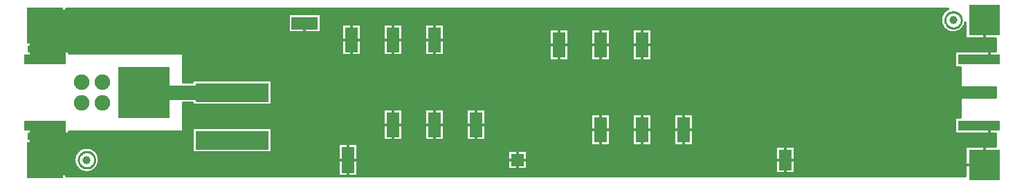
<source format=gbl>
*%FSLAX24Y24*%
*%MOIN*%
G01*
%ADD11C,0.0000*%
%ADD12C,0.0050*%
%ADD13C,0.0060*%
%ADD14C,0.0073*%
%ADD15C,0.0080*%
%ADD16C,0.0098*%
%ADD17C,0.0100*%
%ADD18C,0.0120*%
%ADD19C,0.0160*%
%ADD20C,0.0200*%
%ADD21C,0.0200*%
%ADD22C,0.0240*%
%ADD23C,0.0250*%
%ADD24C,0.0300*%
%ADD25C,0.0300*%
%ADD26C,0.0340*%
%ADD27C,0.0360*%
%ADD28C,0.0394*%
%ADD29C,0.0400*%
%ADD30C,0.0434*%
%ADD31C,0.0440*%
%ADD32C,0.0500*%
%ADD33C,0.0500*%
%ADD34C,0.0540*%
%ADD35C,0.0600*%
%ADD36C,0.0680*%
%ADD37C,0.0700*%
%ADD38C,0.0750*%
%ADD39C,0.0790*%
%ADD40C,0.0827*%
%ADD41C,0.1000*%
%ADD42C,0.1250*%
%ADD43C,0.1450*%
%ADD44C,0.2000*%
%ADD45C,0.2250*%
%ADD46R,0.0200X0.0200*%
%ADD47R,0.0200X0.0500*%
%ADD48R,0.0200X0.0650*%
%ADD49R,0.0200X0.1600*%
%ADD50R,0.0280X0.0600*%
%ADD51R,0.0300X0.0300*%
%ADD52R,0.0300X0.0300*%
%ADD53R,0.0320X0.0560*%
%ADD54R,0.0320X0.0640*%
%ADD55R,0.0340X0.0340*%
%ADD56R,0.0360X0.0600*%
%ADD57R,0.0400X0.0400*%
%ADD58R,0.0400X0.0640*%
%ADD59R,0.0500X0.0400*%
%ADD60R,0.0500X0.0500*%
%ADD61R,0.0500X0.0500*%
%ADD62R,0.0500X0.1200*%
%ADD63R,0.0540X0.0440*%
%ADD64R,0.0540X0.0960*%
%ADD65R,0.0540X0.1140*%
%ADD66R,0.0550X0.0650*%
%ADD67R,0.0591X0.1260*%
%ADD68R,0.0600X0.0600*%
%ADD69R,0.0600X0.0600*%
%ADD70R,0.0600X0.1000*%
%ADD71R,0.0600X0.1200*%
%ADD72R,0.0600X0.1250*%
%ADD73R,0.0631X0.1300*%
%ADD74R,0.0640X0.0640*%
%ADD75R,0.0640X0.1040*%
%ADD76R,0.0640X0.1240*%
%ADD77R,0.0640X0.1290*%
%ADD78R,0.0750X0.0400*%
%ADD79R,0.0800X0.0750*%
%ADD80R,0.0800X0.0800*%
%ADD81R,0.0800X0.1250*%
%ADD82R,0.0850X0.0500*%
%ADD83R,0.0890X0.0540*%
%ADD84R,0.0900X0.0900*%
%ADD85R,0.0940X0.0940*%
%ADD86R,0.1000X0.0500*%
%ADD87R,0.1000X0.1000*%
%ADD88R,0.1040X0.0540*%
%ADD89R,0.1200X0.0500*%
%ADD90R,0.1250X0.0600*%
%ADD91R,0.1290X0.0640*%
%ADD92R,0.1400X0.1400*%
%ADD93R,0.1500X0.0500*%
%ADD94R,0.1500X0.1500*%
%ADD95R,0.1500X0.1500*%
%ADD96R,0.1540X0.0540*%
%ADD97R,0.1540X0.1540*%
%ADD98R,0.1700X0.1700*%
%ADD99R,0.1750X0.1750*%
%ADD100R,0.1790X0.1790*%
%ADD101R,0.1900X0.1900*%
%ADD102R,0.2400X0.1600*%
%ADD103R,0.2500X0.2500*%
%ADD104R,0.2500X0.2500*%
D16*
X71914Y33190D02*
X71912Y33157D01*
X71908Y33124D01*
X71901Y33092D01*
X71892Y33061D01*
X71880Y33030D01*
X71865Y33000D01*
X71848Y32972D01*
X71829Y32945D01*
X71807Y32920D01*
X71783Y32897D01*
X71758Y32876D01*
X71731Y32858D01*
X71702Y32841D01*
X71673Y32827D01*
X71642Y32816D01*
X71610Y32807D01*
X71578Y32801D01*
X71545Y32797D01*
X71512Y32796D01*
X71479Y32798D01*
X71446Y32803D01*
X71414Y32811D01*
X71383Y32821D01*
X71352Y32834D01*
X71323Y32849D01*
X71295Y32867D01*
X71269Y32887D01*
X71245Y32909D01*
X71222Y32933D01*
X71201Y32959D01*
X71183Y32986D01*
X71167Y33015D01*
X71154Y33045D01*
X71143Y33076D01*
X71135Y33108D01*
X71129Y33141D01*
X71127Y33174D01*
Y33206D01*
X71129Y33239D01*
X71135Y33272D01*
X71143Y33304D01*
X71154Y33335D01*
X71167Y33365D01*
X71183Y33394D01*
X71201Y33421D01*
X71222Y33447D01*
X71245Y33471D01*
X71269Y33493D01*
X71295Y33513D01*
X71323Y33531D01*
X71352Y33546D01*
X71383Y33559D01*
X71414Y33569D01*
X71446Y33577D01*
X71479Y33582D01*
X71512Y33584D01*
X71545Y33583D01*
X71578Y33579D01*
X71610Y33573D01*
X71642Y33564D01*
X71673Y33553D01*
X71702Y33539D01*
X71731Y33522D01*
X71758Y33504D01*
X71783Y33483D01*
X71807Y33460D01*
X71829Y33435D01*
X71848Y33408D01*
X71865Y33380D01*
X71880Y33350D01*
X71892Y33319D01*
X71901Y33288D01*
X71908Y33256D01*
X71912Y33223D01*
X71914Y33190D01*
X30164Y26440D02*
X30162Y26407D01*
X30158Y26374D01*
X30151Y26342D01*
X30142Y26311D01*
X30130Y26280D01*
X30115Y26250D01*
X30098Y26222D01*
X30079Y26195D01*
X30057Y26170D01*
X30033Y26147D01*
X30008Y26126D01*
X29981Y26108D01*
X29952Y26091D01*
X29923Y26077D01*
X29892Y26066D01*
X29860Y26057D01*
X29828Y26051D01*
X29795Y26047D01*
X29762Y26046D01*
X29729Y26048D01*
X29696Y26053D01*
X29664Y26061D01*
X29633Y26071D01*
X29602Y26084D01*
X29573Y26099D01*
X29545Y26117D01*
X29519Y26137D01*
X29495Y26159D01*
X29472Y26183D01*
X29451Y26209D01*
X29433Y26236D01*
X29417Y26265D01*
X29404Y26295D01*
X29393Y26326D01*
X29385Y26358D01*
X29379Y26391D01*
X29377Y26424D01*
Y26456D01*
X29379Y26489D01*
X29385Y26522D01*
X29393Y26554D01*
X29404Y26585D01*
X29417Y26615D01*
X29433Y26644D01*
X29451Y26671D01*
X29472Y26697D01*
X29495Y26721D01*
X29519Y26743D01*
X29545Y26763D01*
X29573Y26781D01*
X29602Y26796D01*
X29633Y26809D01*
X29664Y26819D01*
X29696Y26827D01*
X29729Y26832D01*
X29762Y26834D01*
X29795Y26833D01*
X29828Y26829D01*
X29860Y26823D01*
X29892Y26814D01*
X29923Y26803D01*
X29952Y26789D01*
X29981Y26772D01*
X30008Y26754D01*
X30033Y26733D01*
X30057Y26710D01*
X30079Y26685D01*
X30098Y26658D01*
X30115Y26630D01*
X30130Y26600D01*
X30142Y26569D01*
X30151Y26538D01*
X30158Y26506D01*
X30162Y26473D01*
X30164Y26440D01*
D18*
X27770D02*
Y27475D01*
Y31905D02*
Y32940D01*
X27270Y28090D02*
Y27680D01*
Y31290D02*
Y31700D01*
X28805Y31905D02*
Y33730D01*
Y27475D02*
Y25650D01*
X26980Y27475D02*
Y27680D01*
Y31700D02*
Y31905D01*
X28820Y27475D02*
Y25650D01*
Y27475D02*
Y27680D01*
Y31700D02*
Y31905D01*
Y33730D01*
X28720Y27680D02*
Y27475D01*
Y31700D02*
Y31905D01*
X28620Y27680D02*
Y27475D01*
Y31700D02*
Y31905D01*
X28520Y27680D02*
Y27475D01*
Y31700D02*
Y31905D01*
X28420Y27680D02*
Y27475D01*
Y31700D02*
Y31905D01*
X28320Y27680D02*
Y27475D01*
Y31700D02*
Y31905D01*
X28220Y27680D02*
Y27475D01*
Y31700D02*
Y31905D01*
X28120Y27680D02*
Y27475D01*
Y31700D02*
Y31905D01*
X28020Y27680D02*
Y27475D01*
Y31700D02*
Y31905D01*
X27920Y27680D02*
Y27475D01*
Y31700D02*
Y31905D01*
X27820Y27680D02*
Y27475D01*
Y31700D02*
Y31905D01*
X27720Y27680D02*
Y27475D01*
Y31700D02*
Y31905D01*
X27620Y27680D02*
Y27475D01*
Y31700D02*
Y31905D01*
X27520Y27680D02*
Y27475D01*
Y31700D02*
Y31905D01*
X27420Y27680D02*
Y27475D01*
Y31700D02*
Y31905D01*
X27320Y27680D02*
Y27475D01*
Y31700D02*
Y31905D01*
X27220Y27680D02*
Y27475D01*
Y31700D02*
Y31905D01*
X27120Y27680D02*
Y27475D01*
Y31700D02*
Y31905D01*
X27020Y27680D02*
Y27475D01*
Y31700D02*
Y31905D01*
X28930Y31700D02*
Y31600D01*
Y27780D02*
Y27680D01*
X30820Y27780D02*
Y25650D01*
Y31600D02*
Y33730D01*
X30720Y27780D02*
Y25650D01*
Y31600D02*
Y33730D01*
X30620Y27780D02*
Y25650D01*
Y31600D02*
Y33730D01*
X30520Y27780D02*
Y25650D01*
Y31600D02*
Y33730D01*
X30420Y27780D02*
Y25650D01*
Y31600D02*
Y33730D01*
X30320Y26193D02*
Y25650D01*
Y26687D02*
Y27780D01*
Y31600D02*
Y33730D01*
X30220Y26039D02*
Y25650D01*
Y26841D02*
Y27780D01*
Y31600D02*
Y33730D01*
X30120Y25949D02*
Y25650D01*
Y26931D02*
Y27780D01*
Y31600D02*
Y33730D01*
X30020Y25891D02*
Y25650D01*
Y26989D02*
Y27780D01*
Y31600D02*
Y33730D01*
X29920Y25856D02*
Y25650D01*
Y27024D02*
Y27780D01*
Y31600D02*
Y33730D01*
X29820Y25839D02*
Y25650D01*
Y27041D02*
Y27780D01*
Y31600D02*
Y33730D01*
X29720Y25839D02*
Y25650D01*
Y27041D02*
Y27780D01*
Y31600D02*
Y33730D01*
X29620Y25856D02*
Y25650D01*
Y27024D02*
Y27780D01*
Y31600D02*
Y33730D01*
X29520Y25891D02*
Y25650D01*
Y26989D02*
Y27780D01*
Y31600D02*
Y33730D01*
X29420Y25949D02*
Y25650D01*
Y26931D02*
Y27780D01*
Y31600D02*
Y33730D01*
X29320Y26039D02*
Y25650D01*
Y26841D02*
Y27780D01*
Y31600D02*
Y33730D01*
X29220Y26193D02*
Y25650D01*
Y26687D02*
Y27780D01*
Y31600D02*
Y33730D01*
X29120Y27780D02*
Y25650D01*
Y31600D02*
Y33730D01*
X29020Y27680D02*
Y25650D01*
Y31700D02*
Y33730D01*
X28920Y27475D02*
Y25650D01*
Y27475D02*
Y27680D01*
Y31700D02*
Y31905D01*
Y33730D01*
X32720Y27780D02*
Y25650D01*
Y31600D02*
Y33730D01*
X32620Y27780D02*
Y25650D01*
Y31600D02*
Y33730D01*
X32520Y27780D02*
Y25650D01*
Y31600D02*
Y33730D01*
X32420Y27780D02*
Y25650D01*
Y31600D02*
Y33730D01*
X32320Y27780D02*
Y25650D01*
Y31600D02*
Y33730D01*
X32220Y27780D02*
Y25650D01*
Y31600D02*
Y33730D01*
X32120Y27780D02*
Y25650D01*
Y31600D02*
Y33730D01*
X32020Y27780D02*
Y25650D01*
Y31600D02*
Y33730D01*
X31920Y27780D02*
Y25650D01*
Y31600D02*
Y33730D01*
X31820Y27780D02*
Y25650D01*
Y31600D02*
Y33730D01*
X31720Y27780D02*
Y25650D01*
Y31600D02*
Y33730D01*
X31620Y27780D02*
Y25650D01*
Y31600D02*
Y33730D01*
X31520Y27780D02*
Y25650D01*
Y31600D02*
Y33730D01*
X31420Y27780D02*
Y25650D01*
Y31600D02*
Y33730D01*
X31320Y27780D02*
Y25650D01*
Y31600D02*
Y33730D01*
X31220Y27780D02*
Y25650D01*
Y31600D02*
Y33730D01*
X31120Y27780D02*
Y25650D01*
Y31600D02*
Y33730D01*
X31020Y27780D02*
Y25650D01*
Y31600D02*
Y33730D01*
X30920Y27780D02*
Y25650D01*
Y31600D02*
Y33730D01*
X34430Y30930D02*
Y30870D01*
Y30930D02*
Y31350D01*
Y31600D01*
Y30930D02*
Y30200D01*
Y29180D02*
Y27780D01*
X34720Y26780D02*
Y25650D01*
Y26780D02*
Y28000D01*
Y29080D01*
Y30300D02*
Y33730D01*
X34620Y29180D02*
Y25650D01*
Y30200D02*
Y33730D01*
X34520Y27780D02*
Y25650D01*
Y27780D02*
Y29180D01*
Y30200D02*
Y30930D01*
Y31350D01*
Y31600D01*
Y33730D01*
X34420Y27780D02*
Y25650D01*
Y31600D02*
Y33730D01*
X34320Y27780D02*
Y25650D01*
Y31600D02*
Y33730D01*
X34220Y27780D02*
Y25650D01*
Y31600D02*
Y33730D01*
X34120Y27780D02*
Y25650D01*
Y31600D02*
Y33730D01*
X34020Y27780D02*
Y25650D01*
Y31600D02*
Y33730D01*
X33920Y27780D02*
Y25650D01*
Y31600D02*
Y33730D01*
X33820Y27780D02*
Y25650D01*
Y31600D02*
Y33730D01*
X33720Y27780D02*
Y25650D01*
Y31600D02*
Y33730D01*
X33620Y27780D02*
Y25650D01*
Y31600D02*
Y33730D01*
X33520Y27780D02*
Y25650D01*
Y31600D02*
Y33730D01*
X33420Y27780D02*
Y25650D01*
Y31600D02*
Y33730D01*
X33320Y27780D02*
Y25650D01*
Y31600D02*
Y33730D01*
X33220Y27780D02*
Y25650D01*
Y31600D02*
Y33730D01*
X33120Y27780D02*
Y25650D01*
Y31600D02*
Y33730D01*
X33020Y27780D02*
Y25650D01*
Y31600D02*
Y33730D01*
X32920Y27780D02*
Y25650D01*
Y31600D02*
Y33730D01*
X32820Y27780D02*
Y25650D01*
Y31600D02*
Y33730D01*
X34860Y28000D02*
Y26780D01*
Y29080D02*
Y29180D01*
Y30200D02*
Y30300D01*
X36720Y26780D02*
Y25650D01*
Y28000D02*
Y29080D01*
Y30300D02*
Y33730D01*
X36620Y26780D02*
Y25650D01*
Y28000D02*
Y29080D01*
Y30300D02*
Y33730D01*
X36520Y26780D02*
Y25650D01*
Y28000D02*
Y29080D01*
Y30300D02*
Y33730D01*
X36420Y26780D02*
Y25650D01*
Y28000D02*
Y29080D01*
Y30300D02*
Y33730D01*
X36320Y26780D02*
Y25650D01*
Y28000D02*
Y29080D01*
Y30300D02*
Y33730D01*
X36220Y26780D02*
Y25650D01*
Y28000D02*
Y29080D01*
Y30300D02*
Y33730D01*
X36120Y26780D02*
Y25650D01*
Y28000D02*
Y29080D01*
Y30300D02*
Y33730D01*
X36020Y26780D02*
Y25650D01*
Y28000D02*
Y29080D01*
Y30300D02*
Y33730D01*
X35920Y26780D02*
Y25650D01*
Y28000D02*
Y29080D01*
Y30300D02*
Y33730D01*
X35820Y26780D02*
Y25650D01*
Y28000D02*
Y29080D01*
Y30300D02*
Y33730D01*
X35720Y26780D02*
Y25650D01*
Y28000D02*
Y29080D01*
Y30300D02*
Y33730D01*
X35620Y26780D02*
Y25650D01*
Y28000D02*
Y29080D01*
Y30300D02*
Y33730D01*
X35520Y26780D02*
Y25650D01*
Y28000D02*
Y29080D01*
Y30300D02*
Y33730D01*
X35420Y26780D02*
Y25650D01*
Y28000D02*
Y29080D01*
Y30300D02*
Y33730D01*
X35320Y26780D02*
Y25650D01*
Y28000D02*
Y29080D01*
Y30300D02*
Y33730D01*
X35220Y26780D02*
Y25650D01*
Y28000D02*
Y29080D01*
Y30300D02*
Y33730D01*
X35120Y26780D02*
Y25650D01*
Y28000D02*
Y29080D01*
Y30300D02*
Y33730D01*
X35020Y26780D02*
Y25650D01*
Y28000D02*
Y29080D01*
Y30300D02*
Y33730D01*
X34920Y26780D02*
Y25650D01*
Y28000D02*
Y29080D01*
Y30300D02*
Y33730D01*
X34820Y26780D02*
Y25650D01*
Y26780D02*
Y28000D01*
Y29080D01*
Y30300D02*
Y33730D01*
X38680Y28000D02*
Y26780D01*
Y29080D02*
Y30300D01*
X38620Y26780D02*
Y25650D01*
Y28000D02*
Y29080D01*
Y30300D02*
Y33730D01*
X38520Y26780D02*
Y25650D01*
Y28000D02*
Y29080D01*
Y30300D02*
Y33730D01*
X38420Y26780D02*
Y25650D01*
Y28000D02*
Y29080D01*
Y30300D02*
Y33730D01*
X38320Y26780D02*
Y25650D01*
Y28000D02*
Y29080D01*
Y30300D02*
Y33730D01*
X38220Y26780D02*
Y25650D01*
Y28000D02*
Y29080D01*
Y30300D02*
Y33730D01*
X38120Y26780D02*
Y25650D01*
Y28000D02*
Y29080D01*
Y30300D02*
Y33730D01*
X38020Y26780D02*
Y25650D01*
Y28000D02*
Y29080D01*
Y30300D02*
Y33730D01*
X37920Y26780D02*
Y25650D01*
Y28000D02*
Y29080D01*
Y30300D02*
Y33730D01*
X37820Y26780D02*
Y25650D01*
Y28000D02*
Y29080D01*
Y30300D02*
Y33730D01*
X37720Y26780D02*
Y25650D01*
Y28000D02*
Y29080D01*
Y30300D02*
Y33730D01*
X37620Y26780D02*
Y25650D01*
Y28000D02*
Y29080D01*
Y30300D02*
Y33730D01*
X37520Y26780D02*
Y25650D01*
Y28000D02*
Y29080D01*
Y30300D02*
Y33730D01*
X37420Y26780D02*
Y25650D01*
Y28000D02*
Y29080D01*
Y30300D02*
Y33730D01*
X37320Y26780D02*
Y25650D01*
Y28000D02*
Y29080D01*
Y30300D02*
Y33730D01*
X37220Y26780D02*
Y25650D01*
Y28000D02*
Y29080D01*
Y30300D02*
Y33730D01*
X37120Y26780D02*
Y25650D01*
Y28000D02*
Y29080D01*
Y30300D02*
Y33730D01*
X37020Y26780D02*
Y25650D01*
Y28000D02*
Y29080D01*
Y30300D02*
Y33730D01*
X36920Y26780D02*
Y25650D01*
Y28000D02*
Y29080D01*
Y30300D02*
Y33730D01*
X36820Y26780D02*
Y25650D01*
Y28000D02*
Y29080D01*
Y30300D02*
Y33730D01*
X40270Y33040D02*
Y32255D01*
X39485Y32580D02*
Y33500D01*
X40620Y32580D02*
Y25650D01*
Y33500D02*
Y33730D01*
X40520Y32580D02*
Y25650D01*
Y33500D02*
Y33730D01*
X40420Y32580D02*
Y25650D01*
Y33500D02*
Y33730D01*
X40320Y32580D02*
Y25650D01*
Y33500D02*
Y33730D01*
X40220Y32580D02*
Y25650D01*
Y33500D02*
Y33730D01*
X40120Y32580D02*
Y25650D01*
Y33500D02*
Y33730D01*
X40020Y32580D02*
Y25650D01*
Y33500D02*
Y33730D01*
X39920Y32580D02*
Y25650D01*
Y33500D02*
Y33730D01*
X39820Y32580D02*
Y25650D01*
Y33500D02*
Y33730D01*
X39720Y32580D02*
Y25650D01*
Y33500D02*
Y33730D01*
X39620Y32580D02*
Y25650D01*
Y33500D02*
Y33730D01*
X39520Y32580D02*
Y25650D01*
Y33500D02*
Y33730D01*
X39420Y32580D02*
Y25650D01*
Y32580D02*
Y33500D01*
Y33730D01*
X39320Y32580D02*
Y25650D01*
Y32580D02*
Y33500D01*
Y33730D01*
X39220D02*
Y25650D01*
X39120D02*
Y33730D01*
X39020D02*
Y25650D01*
X38920D02*
Y33730D01*
X38820Y26780D02*
Y25650D01*
Y26780D02*
Y28000D01*
Y29080D01*
Y30300D01*
Y33730D01*
X38720Y26780D02*
Y25650D01*
Y26780D02*
Y28000D01*
Y29080D01*
Y30300D01*
Y33730D01*
X42520Y33000D02*
Y32240D01*
Y31480D01*
X42370Y27225D02*
Y26440D01*
Y25655D01*
X41055Y32580D02*
Y33500D01*
X41910Y25655D02*
Y25650D01*
Y25655D02*
Y27225D01*
X42060Y31480D02*
Y33000D01*
X42520Y31480D02*
Y27225D01*
Y33000D02*
Y33730D01*
X42420Y31480D02*
Y27225D01*
Y33000D02*
Y33730D01*
X42320Y31480D02*
Y27225D01*
Y33000D02*
Y33730D01*
X42220Y31480D02*
Y27225D01*
Y33000D02*
Y33730D01*
X42120Y31480D02*
Y27225D01*
Y33000D02*
Y33730D01*
X42020Y31480D02*
Y27225D01*
Y31480D02*
Y33000D01*
Y33730D01*
X41920Y31480D02*
Y27225D01*
Y31480D02*
Y33000D01*
Y33730D01*
X41820Y27225D02*
Y25655D01*
Y27225D02*
Y33730D01*
X41720D02*
Y25650D01*
X41620D02*
Y33730D01*
X41520D02*
Y25650D01*
X41420D02*
Y33730D01*
X41320D02*
Y25650D01*
X41220D02*
Y32580D01*
Y33500D01*
Y33730D01*
X41120Y32580D02*
Y25650D01*
Y32580D02*
Y33500D01*
Y33730D01*
X41020Y32580D02*
Y25650D01*
Y33500D02*
Y33730D01*
X40920Y32580D02*
Y25650D01*
Y33500D02*
Y33730D01*
X40820Y32580D02*
Y25650D01*
Y33500D02*
Y33730D01*
X40720Y32580D02*
Y25650D01*
Y33500D02*
Y33730D01*
X44520Y28900D02*
Y28140D01*
Y27380D01*
Y32240D02*
Y33000D01*
Y32240D02*
Y31480D01*
X42830Y25655D02*
Y25650D01*
Y25655D02*
Y27225D01*
X44060Y31480D02*
Y33000D01*
Y28900D02*
Y27380D01*
X42980Y31480D02*
Y33000D01*
X44520Y27380D02*
Y25650D01*
Y28900D02*
Y31480D01*
Y33000D02*
Y33730D01*
X44420Y27380D02*
Y25650D01*
Y28900D02*
Y31480D01*
Y33000D02*
Y33730D01*
X44320Y27380D02*
Y25650D01*
Y28900D02*
Y31480D01*
Y33000D02*
Y33730D01*
X44220Y27380D02*
Y25650D01*
Y28900D02*
Y31480D01*
Y33000D02*
Y33730D01*
X44120Y27380D02*
Y25650D01*
Y28900D02*
Y31480D01*
Y33000D02*
Y33730D01*
X44020Y27380D02*
Y25650D01*
Y27380D02*
Y28900D01*
Y31480D01*
Y33000D01*
Y33730D01*
X43920Y27380D02*
Y25650D01*
Y27380D02*
Y28900D01*
Y31480D01*
Y33000D01*
Y33730D01*
X43820D02*
Y25650D01*
X43720D02*
Y33730D01*
X43620D02*
Y25650D01*
X43520D02*
Y33730D01*
X43420D02*
Y25650D01*
X43320D02*
Y33730D01*
X43220D02*
Y25650D01*
X43120D02*
Y31480D01*
Y33000D01*
Y33730D01*
X43020Y31480D02*
Y25650D01*
Y31480D02*
Y33000D01*
Y33730D01*
X42920Y27225D02*
Y25655D01*
Y27225D02*
Y31480D01*
Y33000D02*
Y33730D01*
X42820Y31480D02*
Y27225D01*
Y33000D02*
Y33730D01*
X42720Y31480D02*
Y27225D01*
Y33000D02*
Y33730D01*
X42620Y31480D02*
Y27225D01*
Y33000D02*
Y33730D01*
X44980Y33000D02*
Y31480D01*
X46060D02*
Y33000D01*
Y28900D02*
Y27380D01*
X44980D02*
Y28900D01*
X46420Y27380D02*
Y25650D01*
Y28900D02*
Y31480D01*
Y33000D02*
Y33730D01*
X46320Y27380D02*
Y25650D01*
Y28900D02*
Y31480D01*
Y33000D02*
Y33730D01*
X46220Y27380D02*
Y25650D01*
Y28900D02*
Y31480D01*
Y33000D02*
Y33730D01*
X46120Y27380D02*
Y25650D01*
Y28900D02*
Y31480D01*
Y33000D02*
Y33730D01*
X46020Y27380D02*
Y25650D01*
Y27380D02*
Y28900D01*
Y31480D01*
Y33000D01*
Y33730D01*
X45920Y27380D02*
Y25650D01*
Y27380D02*
Y28900D01*
Y31480D01*
Y33000D01*
Y33730D01*
X45820D02*
Y25650D01*
X45720D02*
Y33730D01*
X45620D02*
Y25650D01*
X45520D02*
Y33730D01*
X45420D02*
Y25650D01*
X45320D02*
Y33730D01*
X45220D02*
Y25650D01*
X45120D02*
Y27380D01*
Y28900D01*
Y31480D01*
Y33000D01*
Y33730D01*
X45020Y27380D02*
Y25650D01*
Y27380D02*
Y28900D01*
Y31480D01*
Y33000D01*
Y33730D01*
X44920Y27380D02*
Y25650D01*
Y28900D02*
Y31480D01*
Y33000D02*
Y33730D01*
X44820Y27380D02*
Y25650D01*
Y28900D02*
Y31480D01*
Y33000D02*
Y33730D01*
X44720Y27380D02*
Y25650D01*
Y28900D02*
Y31480D01*
Y33000D02*
Y33730D01*
X44620Y27380D02*
Y25650D01*
Y28900D02*
Y31480D01*
Y33000D02*
Y33730D01*
X46520Y28900D02*
Y28140D01*
Y27380D01*
Y32240D02*
Y33000D01*
Y32240D02*
Y31480D01*
X46980D02*
Y33000D01*
X48060Y28900D02*
Y27380D01*
X46980D02*
Y28900D01*
X48420Y27380D02*
Y25650D01*
Y28900D02*
Y33730D01*
X48320Y27380D02*
Y25650D01*
Y28900D02*
Y33730D01*
X48220Y27380D02*
Y25650D01*
Y28900D02*
Y33730D01*
X48120Y27380D02*
Y25650D01*
Y28900D02*
Y33730D01*
X48020Y27380D02*
Y25650D01*
Y27380D02*
Y28900D01*
Y33730D01*
X47920Y27380D02*
Y25650D01*
Y27380D02*
Y28900D01*
Y33730D01*
X47820D02*
Y25650D01*
X47720D02*
Y33730D01*
X47620D02*
Y25650D01*
X47520D02*
Y33730D01*
X47420D02*
Y25650D01*
X47320D02*
Y33730D01*
X47220D02*
Y25650D01*
X47120D02*
Y27380D01*
Y28900D01*
Y31480D01*
Y33000D01*
Y33730D01*
X47020Y27380D02*
Y25650D01*
Y27380D02*
Y28900D01*
Y31480D01*
Y33000D01*
Y33730D01*
X46920Y27380D02*
Y25650D01*
Y28900D02*
Y31480D01*
Y33000D02*
Y33730D01*
X46820Y27380D02*
Y25650D01*
Y28900D02*
Y31480D01*
Y33000D02*
Y33730D01*
X46720Y27380D02*
Y25650D01*
Y28900D02*
Y31480D01*
Y33000D02*
Y33730D01*
X46620Y27380D02*
Y25650D01*
Y28900D02*
Y31480D01*
Y33000D02*
Y33730D01*
X46520Y27380D02*
Y25650D01*
Y28900D02*
Y31480D01*
Y33000D02*
Y33730D01*
X48520Y28900D02*
Y28140D01*
Y27380D01*
X48980D02*
Y28900D01*
X50060Y26900D02*
Y25980D01*
X50420D02*
Y25650D01*
Y26900D02*
Y33730D01*
X50320Y25980D02*
Y25650D01*
Y26900D02*
Y33730D01*
X50220Y25980D02*
Y25650D01*
Y26900D02*
Y33730D01*
X50120Y25980D02*
Y25650D01*
Y26900D02*
Y33730D01*
X50020Y25980D02*
Y25650D01*
Y25980D02*
Y26900D01*
Y33730D01*
X49920Y25980D02*
Y25650D01*
Y25980D02*
Y26900D01*
Y33730D01*
X49820D02*
Y25650D01*
X49720D02*
Y33730D01*
X49620D02*
Y25650D01*
X49520D02*
Y33730D01*
X49420D02*
Y25650D01*
X49320D02*
Y33730D01*
X49220D02*
Y25650D01*
X49120D02*
Y27380D01*
Y28900D01*
Y33730D01*
X49020Y27380D02*
Y25650D01*
Y27380D02*
Y28900D01*
Y33730D01*
X48920Y27380D02*
Y25650D01*
Y28900D02*
Y33730D01*
X48820Y27380D02*
Y25650D01*
Y28900D02*
Y33730D01*
X48720Y27380D02*
Y25650D01*
Y28900D02*
Y33730D01*
X48620Y27380D02*
Y25650D01*
Y28900D02*
Y33730D01*
X48520Y27380D02*
Y25650D01*
Y28900D02*
Y33730D01*
X50520Y26900D02*
Y26440D01*
Y25980D01*
X50980D02*
Y26900D01*
X52060Y31230D02*
Y32750D01*
X52320Y31230D02*
Y25650D01*
Y32750D02*
Y33730D01*
X52220Y31230D02*
Y25650D01*
Y32750D02*
Y33730D01*
X52120Y31230D02*
Y25650D01*
Y32750D02*
Y33730D01*
X52020Y31230D02*
Y25650D01*
Y31230D02*
Y32750D01*
Y33730D01*
X51920Y31230D02*
Y25650D01*
Y31230D02*
Y32750D01*
Y33730D01*
X51820D02*
Y25650D01*
X51720D02*
Y33730D01*
X51620D02*
Y25650D01*
X51520D02*
Y33730D01*
X51420D02*
Y25650D01*
X51320D02*
Y33730D01*
X51220D02*
Y25650D01*
X51120D02*
Y25980D01*
Y26900D01*
Y33730D01*
X51020Y25980D02*
Y25650D01*
Y25980D02*
Y26900D01*
Y33730D01*
X50920Y25980D02*
Y25650D01*
Y26900D02*
Y33730D01*
X50820Y25980D02*
Y25650D01*
Y26900D02*
Y33730D01*
X50720Y25980D02*
Y25650D01*
Y26900D02*
Y33730D01*
X50620Y25980D02*
Y25650D01*
Y26900D02*
Y33730D01*
X50520Y25980D02*
Y25650D01*
Y26900D02*
Y33730D01*
X52520Y32750D02*
Y31990D01*
Y31230D01*
X52980D02*
Y32750D01*
X54060Y28650D02*
Y27130D01*
Y31230D02*
Y32750D01*
X54320Y27130D02*
Y25650D01*
Y28650D02*
Y31230D01*
Y32750D02*
Y33730D01*
X54220Y27130D02*
Y25650D01*
Y28650D02*
Y31230D01*
Y32750D02*
Y33730D01*
X54120Y27130D02*
Y25650D01*
Y28650D02*
Y31230D01*
Y32750D02*
Y33730D01*
X54020Y27130D02*
Y25650D01*
Y27130D02*
Y28650D01*
Y31230D01*
Y32750D01*
Y33730D01*
X53920Y27130D02*
Y25650D01*
Y27130D02*
Y28650D01*
Y31230D01*
Y32750D01*
Y33730D01*
X53820D02*
Y25650D01*
X53720D02*
Y33730D01*
X53620D02*
Y25650D01*
X53520D02*
Y33730D01*
X53420D02*
Y25650D01*
X53320D02*
Y33730D01*
X53220D02*
Y25650D01*
X53120D02*
Y31230D01*
Y32750D01*
Y33730D01*
X53020Y31230D02*
Y25650D01*
Y31230D02*
Y32750D01*
Y33730D01*
X52920Y31230D02*
Y25650D01*
Y32750D02*
Y33730D01*
X52820Y31230D02*
Y25650D01*
Y32750D02*
Y33730D01*
X52720Y31230D02*
Y25650D01*
Y32750D02*
Y33730D01*
X52620Y31230D02*
Y25650D01*
Y32750D02*
Y33730D01*
X52520Y31230D02*
Y25650D01*
Y32750D02*
Y33730D01*
X52420Y31230D02*
Y25650D01*
Y32750D02*
Y33730D01*
X54520Y32750D02*
Y31990D01*
Y31230D01*
Y28650D02*
Y27890D01*
Y27130D01*
X54980D02*
Y28650D01*
X56060D02*
Y27130D01*
Y31230D02*
Y32750D01*
X54980D02*
Y31230D01*
X56220Y27130D02*
Y25650D01*
Y28650D02*
Y31230D01*
Y32750D02*
Y33730D01*
X56120Y27130D02*
Y25650D01*
Y28650D02*
Y31230D01*
Y32750D02*
Y33730D01*
X56020Y27130D02*
Y25650D01*
Y27130D02*
Y28650D01*
Y31230D01*
Y32750D01*
Y33730D01*
X55920Y27130D02*
Y25650D01*
Y27130D02*
Y28650D01*
Y31230D01*
Y32750D01*
Y33730D01*
X55820D02*
Y25650D01*
X55720D02*
Y33730D01*
X55620D02*
Y25650D01*
X55520D02*
Y33730D01*
X55420D02*
Y25650D01*
X55320D02*
Y33730D01*
X55220D02*
Y25650D01*
X55120D02*
Y27130D01*
Y28650D01*
Y31230D01*
Y32750D01*
Y33730D01*
X55020Y27130D02*
Y25650D01*
Y27130D02*
Y28650D01*
Y31230D01*
Y32750D01*
Y33730D01*
X54920Y27130D02*
Y25650D01*
Y28650D02*
Y31230D01*
Y32750D02*
Y33730D01*
X54820Y27130D02*
Y25650D01*
Y28650D02*
Y31230D01*
Y32750D02*
Y33730D01*
X54720Y27130D02*
Y25650D01*
Y28650D02*
Y31230D01*
Y32750D02*
Y33730D01*
X54620Y27130D02*
Y25650D01*
Y28650D02*
Y31230D01*
Y32750D02*
Y33730D01*
X54520Y27130D02*
Y25650D01*
Y28650D02*
Y31230D01*
Y32750D02*
Y33730D01*
X54420Y27130D02*
Y25650D01*
Y28650D02*
Y31230D01*
Y32750D02*
Y33730D01*
X56520Y32750D02*
Y31990D01*
Y31230D01*
Y28650D02*
Y27890D01*
Y27130D01*
X56980D02*
Y28650D01*
X58060D02*
Y27130D01*
X56980Y31230D02*
Y32750D01*
X58220Y27130D02*
Y25650D01*
Y28650D02*
Y33730D01*
X58120Y27130D02*
Y25650D01*
Y28650D02*
Y33730D01*
X58020Y27130D02*
Y25650D01*
Y27130D02*
Y28650D01*
Y33730D01*
X57920Y27130D02*
Y25650D01*
Y27130D02*
Y28650D01*
Y33730D01*
X57820D02*
Y25650D01*
X57720D02*
Y33730D01*
X57620D02*
Y25650D01*
X57520D02*
Y33730D01*
X57420D02*
Y25650D01*
X57320D02*
Y33730D01*
X57220D02*
Y25650D01*
X57120D02*
Y27130D01*
Y28650D01*
Y31230D01*
Y32750D01*
Y33730D01*
X57020Y27130D02*
Y25650D01*
Y27130D02*
Y28650D01*
Y31230D01*
Y32750D01*
Y33730D01*
X56920Y27130D02*
Y25650D01*
Y28650D02*
Y31230D01*
Y32750D02*
Y33730D01*
X56820Y27130D02*
Y25650D01*
Y28650D02*
Y31230D01*
Y32750D02*
Y33730D01*
X56720Y27130D02*
Y25650D01*
Y28650D02*
Y31230D01*
Y32750D02*
Y33730D01*
X56620Y27130D02*
Y25650D01*
Y28650D02*
Y31230D01*
Y32750D02*
Y33730D01*
X56520Y27130D02*
Y25650D01*
Y28650D02*
Y31230D01*
Y32750D02*
Y33730D01*
X56420Y27130D02*
Y25650D01*
Y28650D02*
Y31230D01*
Y32750D02*
Y33730D01*
X56320Y27130D02*
Y25650D01*
Y28650D02*
Y31230D01*
Y32750D02*
Y33730D01*
X58520Y28650D02*
Y27890D01*
Y27130D01*
X58980D02*
Y28650D01*
X60120Y25650D02*
Y33730D01*
X60020D02*
Y25650D01*
X59920D02*
Y33730D01*
X59820D02*
Y25650D01*
X59720D02*
Y33730D01*
X59620D02*
Y25650D01*
X59520D02*
Y33730D01*
X59420D02*
Y25650D01*
X59320D02*
Y33730D01*
X59220D02*
Y25650D01*
X59120D02*
Y27130D01*
Y28650D01*
Y33730D01*
X59020Y27130D02*
Y25650D01*
Y27130D02*
Y28650D01*
Y33730D01*
X58920Y27130D02*
Y25650D01*
Y28650D02*
Y33730D01*
X58820Y27130D02*
Y25650D01*
Y28650D02*
Y33730D01*
X58720Y27130D02*
Y25650D01*
Y28650D02*
Y33730D01*
X58620Y27130D02*
Y25650D01*
Y28650D02*
Y33730D01*
X58520Y27130D02*
Y25650D01*
Y28650D02*
Y33730D01*
X58420Y27130D02*
Y25650D01*
Y28650D02*
Y33730D01*
X58320Y27130D02*
Y25650D01*
Y28650D02*
Y33730D01*
X62120Y31662D02*
Y25650D01*
Y31818D02*
Y33730D01*
X62020D02*
Y25650D01*
X61920D02*
Y31662D01*
Y31818D02*
Y33730D01*
X61820Y31503D02*
Y25650D01*
Y31977D02*
Y33730D01*
X61720Y30557D02*
Y25650D01*
Y30923D02*
Y31107D01*
Y32033D02*
Y33730D01*
X61620Y30469D02*
Y25650D01*
Y32050D02*
Y33730D01*
X61520Y30434D02*
Y25650D01*
Y32033D02*
Y33730D01*
X61420Y30434D02*
Y25650D01*
Y32004D02*
Y33730D01*
X61320Y30469D02*
Y25650D01*
Y32115D02*
Y33730D01*
X61220Y30557D02*
Y25650D01*
Y30923D02*
Y31107D01*
Y32172D02*
Y33730D01*
X61120Y31383D02*
Y25650D01*
Y32197D02*
Y33730D01*
X61020Y31383D02*
Y25650D01*
Y32197D02*
Y33730D01*
X60920Y31408D02*
Y25650D01*
Y32172D02*
Y33730D01*
X60820Y31465D02*
Y25650D01*
Y32115D02*
Y33730D01*
X60720Y31576D02*
Y25650D01*
Y32004D02*
Y33730D01*
X60620D02*
Y25650D01*
X60520D02*
Y33730D01*
X60420D02*
Y25650D01*
X60320D02*
Y33730D01*
X60220D02*
Y25650D01*
X63420Y26440D02*
Y27100D01*
Y26440D02*
Y25780D01*
X62960D02*
Y27100D01*
X63880D02*
Y25780D01*
X64120Y25650D02*
Y33730D01*
X64020Y25780D02*
Y25650D01*
Y25780D02*
Y27100D01*
Y33730D01*
X63920Y25780D02*
Y25650D01*
Y25780D02*
Y27100D01*
Y33730D01*
X63820Y25780D02*
Y25650D01*
Y27100D02*
Y33730D01*
X63720Y25780D02*
Y25650D01*
Y27100D02*
Y33730D01*
X63620Y25780D02*
Y25650D01*
Y27100D02*
Y33730D01*
X63520Y25780D02*
Y25650D01*
Y27100D02*
Y33730D01*
X63420Y25780D02*
Y25650D01*
Y27100D02*
Y33730D01*
X63320Y25780D02*
Y25650D01*
Y27100D02*
Y31576D01*
Y32004D02*
Y33730D01*
X63220Y25780D02*
Y25650D01*
Y27100D02*
Y31465D01*
Y32115D02*
Y33730D01*
X63120Y25780D02*
Y25650D01*
Y27100D02*
Y31408D01*
Y32172D02*
Y33730D01*
X63020Y25780D02*
Y25650D01*
Y27100D02*
Y31383D01*
Y32197D02*
Y33730D01*
X62920Y25780D02*
Y25650D01*
Y25780D02*
Y27100D01*
Y31383D01*
Y32197D02*
Y33730D01*
X62820Y25780D02*
Y25650D01*
Y25780D02*
Y27100D01*
Y30557D01*
Y30923D02*
Y31107D01*
Y32172D02*
Y33730D01*
X62720Y30469D02*
Y25650D01*
Y32115D02*
Y33730D01*
X62620Y30434D02*
Y25650D01*
Y32004D02*
Y33730D01*
X62520Y30434D02*
Y25650D01*
Y32033D02*
Y33730D01*
X62420Y30469D02*
Y25650D01*
Y32050D02*
Y33730D01*
X62320Y30557D02*
Y25650D01*
Y30923D02*
Y31107D01*
Y32033D02*
Y33730D01*
X62220Y31503D02*
Y25650D01*
Y31977D02*
Y33730D01*
X66020D02*
Y25650D01*
X65920D02*
Y33730D01*
X65820D02*
Y25650D01*
X65720D02*
Y33730D01*
X65620D02*
Y25650D01*
X65520D02*
Y33730D01*
X65420D02*
Y25650D01*
X65320D02*
Y33730D01*
X65220D02*
Y25650D01*
X65120D02*
Y33730D01*
X65020D02*
Y25650D01*
X64920D02*
Y33730D01*
X64820D02*
Y25650D01*
X64720D02*
Y33730D01*
X64620D02*
Y25650D01*
X64520D02*
Y33730D01*
X64420D02*
Y25650D01*
X64320D02*
Y33730D01*
X64220D02*
Y25650D01*
X68020D02*
Y33730D01*
X67920D02*
Y25650D01*
X67820D02*
Y33730D01*
X67720D02*
Y25650D01*
X67620D02*
Y33730D01*
X67520D02*
Y25650D01*
X67420D02*
Y33730D01*
X67320D02*
Y25650D01*
X67220D02*
Y33730D01*
X67120D02*
Y25650D01*
X67020D02*
Y33730D01*
X66920D02*
Y25650D01*
X66820D02*
Y33730D01*
X66720D02*
Y25650D01*
X66620D02*
Y33730D01*
X66520D02*
Y25650D01*
X66420D02*
Y33730D01*
X66320D02*
Y25650D01*
X66220D02*
Y33730D01*
X66120D02*
Y25650D01*
X69920D02*
Y33730D01*
X69820D02*
Y25650D01*
X69720D02*
Y33730D01*
X69620D02*
Y25650D01*
X69520D02*
Y33730D01*
X69420D02*
Y25650D01*
X69320D02*
Y33730D01*
X69220D02*
Y25650D01*
X69120D02*
Y33730D01*
X69020D02*
Y25650D01*
X68920D02*
Y33730D01*
X68820D02*
Y25650D01*
X68720D02*
Y33730D01*
X68620D02*
Y25650D01*
X68520D02*
Y33730D01*
X68420D02*
Y25650D01*
X68320D02*
Y33730D01*
X68220D02*
Y25650D01*
X68120D02*
Y33730D01*
X71610Y28500D02*
Y27680D01*
Y30880D02*
Y31700D01*
X71860Y29450D02*
Y28500D01*
Y29930D02*
Y30880D01*
X71920Y27680D02*
Y25650D01*
Y29450D02*
Y29930D01*
Y31700D02*
Y32739D01*
X71820Y27680D02*
Y25650D01*
Y28500D02*
Y29450D01*
Y29930D01*
Y30880D01*
Y31700D02*
Y32667D01*
X71720Y27680D02*
Y25650D01*
Y28500D02*
Y29450D01*
Y29930D01*
Y30880D01*
Y31700D02*
Y32621D01*
X71620Y27680D02*
Y25650D01*
Y28500D02*
Y30880D01*
Y31700D02*
Y32595D01*
X71520Y27680D02*
Y25650D01*
Y27680D02*
Y28500D01*
Y30880D01*
Y31700D01*
Y32587D01*
X71420Y32595D02*
Y25650D01*
X71320D02*
Y32621D01*
X71220Y32667D02*
Y25650D01*
X71120D02*
Y32739D01*
X71020Y32853D02*
Y25650D01*
Y33527D02*
Y33730D01*
X70920Y33131D02*
Y25650D01*
Y33249D02*
Y33730D01*
X70820D02*
Y25650D01*
X70720D02*
Y33730D01*
X70620D02*
Y25650D01*
X70520D02*
Y33730D01*
X70420D02*
Y25650D01*
X70320D02*
Y33730D01*
X70220D02*
Y25650D01*
X70120D02*
Y33730D01*
X70020D02*
Y25650D01*
X73270Y31290D02*
Y31700D01*
Y28090D02*
Y27680D01*
X73020Y27100D02*
Y26190D01*
Y32280D02*
Y33190D01*
X72110Y33066D02*
Y32280D01*
Y27100D02*
Y25650D01*
X73560Y27100D02*
Y27680D01*
Y29450D02*
Y29930D01*
Y31700D02*
Y32280D01*
X73520Y27680D02*
Y27100D01*
Y29450D02*
Y29930D01*
Y31700D02*
Y32280D01*
X73420Y27680D02*
Y27100D01*
Y29450D02*
Y29930D01*
Y31700D02*
Y32280D01*
X73320Y27680D02*
Y27100D01*
Y29450D02*
Y29930D01*
Y31700D02*
Y32280D01*
X73220Y27680D02*
Y27100D01*
Y29450D02*
Y29930D01*
Y31700D02*
Y32280D01*
X73120Y27680D02*
Y27100D01*
Y29450D02*
Y29930D01*
Y31700D02*
Y32280D01*
X73020Y27680D02*
Y27100D01*
Y29450D02*
Y29930D01*
Y31700D02*
Y32280D01*
X72920Y27680D02*
Y27100D01*
Y29450D02*
Y29930D01*
Y31700D02*
Y32280D01*
X72820Y27680D02*
Y27100D01*
Y29450D02*
Y29930D01*
Y31700D02*
Y32280D01*
X72720Y27680D02*
Y27100D01*
Y29450D02*
Y29930D01*
Y31700D02*
Y32280D01*
X72620Y27680D02*
Y27100D01*
Y29450D02*
Y29930D01*
Y31700D02*
Y32280D01*
X72520Y27680D02*
Y27100D01*
Y29450D02*
Y29930D01*
Y31700D02*
Y32280D01*
X72420Y27680D02*
Y27100D01*
Y29450D02*
Y29930D01*
Y31700D02*
Y32280D01*
X72320Y27680D02*
Y27100D01*
Y29450D02*
Y29930D01*
Y31700D02*
Y32280D01*
X72220Y27680D02*
Y27100D01*
Y29450D02*
Y29930D01*
Y31700D02*
Y32280D01*
X72120Y27680D02*
Y27100D01*
Y29450D02*
Y29930D01*
Y31700D02*
Y32280D01*
X72020Y27100D02*
Y25650D01*
Y27100D02*
Y27680D01*
Y29450D02*
Y29930D01*
Y31700D02*
Y32280D01*
Y32853D01*
X28805Y26440D02*
X27770D01*
X72110Y26190D02*
X73020D01*
X63880Y26440D02*
X63420D01*
X62960D01*
X50980D02*
X50520D01*
X50060D01*
X42830D02*
X42370D01*
X41910D01*
X38680Y26780D02*
X34860D01*
X41910Y27225D02*
X42830D01*
Y25655D02*
X41910D01*
X50060Y26900D02*
X50980D01*
Y25980D02*
X50060D01*
X54060Y27130D02*
X54980D01*
X56060D02*
X56980D01*
X58060D02*
X58980D01*
X62960Y27100D02*
X63880D01*
Y25780D02*
X62960D01*
X72110Y27100D02*
X73560D01*
X41910Y25650D02*
X28805D01*
X41910D02*
X42830D01*
X62960D01*
X63880D01*
X72110D01*
X41910Y25740D02*
X28805D01*
X42830D02*
X62960D01*
X63880D01*
X72110D01*
X29711Y25840D02*
X28805D01*
X29829D02*
X41910D01*
X42830D02*
X50060D01*
X50980D01*
X62960D01*
X63880D02*
X72110D01*
X29433Y25940D02*
X28805D01*
X30107D02*
X41910D01*
X42830D02*
X50060D01*
X50980D01*
X62960D01*
X63880D02*
X72110D01*
X29319Y26040D02*
X28805D01*
X30221D02*
X41910D01*
X42830D02*
X50060D01*
X50980D02*
X62960D01*
X63880D02*
X72110D01*
X29247Y26140D02*
X28805D01*
X30293D02*
X41910D01*
X42830D02*
X50060D01*
X50980D02*
X62960D01*
X63880D02*
X72110D01*
X29201Y26240D02*
X28805D01*
X30339D02*
X41910D01*
X42830D02*
X50060D01*
X50980D02*
X62960D01*
X63880D02*
X72110D01*
X29175Y26340D02*
X28805D01*
X30365D02*
X41910D01*
X42830D02*
X50060D01*
X50980D02*
X62960D01*
X63880D02*
X72110D01*
X29167Y26440D02*
X28805D01*
X30373D02*
X41910D01*
X42830D02*
X50060D01*
X50980D02*
X62960D01*
X63880D02*
X72110D01*
X29175Y26540D02*
X28805D01*
X30365D02*
X41910D01*
X42830D02*
X50060D01*
X50980D02*
X62960D01*
X63880D02*
X72110D01*
X29201Y26640D02*
X28805D01*
X30339D02*
X34860D01*
X38680D01*
X41910D01*
X42830D02*
X50060D01*
X50980D02*
X62960D01*
X63880D02*
X72110D01*
X29247Y26740D02*
X28805D01*
X30293D02*
X34860D01*
X38680D01*
X41910D01*
X42830D02*
X50060D01*
X50980D02*
X62960D01*
X63880D02*
X72110D01*
X29319Y26840D02*
X28805D01*
X30221D02*
X34860D01*
X38680D02*
X41910D01*
X42830D02*
X50060D01*
X50980D02*
X62960D01*
X63880D02*
X72110D01*
X29433Y26940D02*
X28805D01*
X30107D02*
X34860D01*
X38680D02*
X41910D01*
X42830D02*
X50060D01*
X50980D01*
X62960D01*
X63880D02*
X72110D01*
X29711Y27040D02*
X28805D01*
X29829D02*
X34860D01*
X38680D02*
X41910D01*
X42830D02*
X50060D01*
X50980D01*
X54060D01*
X54980D01*
X56060D01*
X56980D01*
X58060D01*
X58980D01*
X62960D01*
X63880D02*
X72110D01*
X34860Y27140D02*
X28805D01*
X38680D02*
X41910D01*
X42830D02*
X54060D01*
X54980D02*
X56060D01*
X56980D02*
X58060D01*
X58980D02*
X62960D01*
X63880D01*
X72110D01*
X73560D01*
X34860Y27240D02*
X28805D01*
X38680D02*
X41910D01*
X42830D01*
X44060D01*
X44980D01*
X46060D01*
X46980D01*
X48060D01*
X48980D01*
X54060D01*
X54980D02*
X56060D01*
X56980D02*
X58060D01*
X58980D02*
X62960D01*
X63880D01*
X72110D01*
X73560D01*
X36770Y27390D02*
X36160D01*
X36770D02*
X37380D01*
X58520Y27890D02*
X58980D01*
X58520D02*
X58060D01*
X56980D02*
X56520D01*
X56060D01*
X54980D02*
X54520D01*
X54060D01*
X44980Y28140D02*
X44520D01*
X44060D01*
X46520D02*
X46980D01*
X46520D02*
X46060D01*
X48520D02*
X48980D01*
X48520D02*
X48060D01*
X38680Y28000D02*
X34860D01*
Y29080D02*
X38680D01*
X48060Y28900D02*
X48980D01*
Y27380D02*
X48060D01*
X46980Y28900D02*
X46060D01*
Y27380D02*
X46980D01*
X44980Y28900D02*
X44060D01*
Y27380D02*
X44980D01*
X54060Y28650D02*
X54980D01*
X56060D02*
X56980D01*
X58060D02*
X58980D01*
X72550Y27680D02*
X72610D01*
X72930D01*
X73560D01*
X71610Y28500D02*
X71550D01*
X71610D02*
X71860D01*
X71610Y27680D02*
X71550D01*
X71610D02*
X72610D01*
X27610D02*
X27550D01*
X27610D02*
X27930D01*
X28860D01*
X28930D01*
X27610D02*
X26980D01*
Y27475D02*
X28805D01*
X28930Y27780D02*
X33760D01*
X34180D01*
X33760D02*
X33700D01*
X34180D02*
X34430D01*
Y29180D02*
X34860D01*
Y27340D02*
X28805D01*
X38680D02*
X41910D01*
X42830D01*
X44060D01*
X44980D01*
X46060D01*
X46980D01*
X48060D01*
X48980D01*
X54060D01*
X54980D02*
X56060D01*
X56980D02*
X58060D01*
X58980D02*
X73560D01*
X34860Y27440D02*
X28805D01*
X38680D02*
X44060D01*
X44980D02*
X46060D01*
X46980D02*
X48060D01*
X48980D02*
X54060D01*
X54980D02*
X56060D01*
X56980D02*
X58060D01*
X58980D02*
X73560D01*
X27610Y27540D02*
X26980D01*
X27610D02*
X27930D01*
X28805D01*
X28930D01*
X34860D01*
X38680D02*
X44060D01*
X44980D02*
X46060D01*
X46980D02*
X48060D01*
X48980D02*
X54060D01*
X54980D02*
X56060D01*
X56980D02*
X58060D01*
X58980D02*
X71610D01*
X72610D01*
X72930D01*
X73560D01*
X27610Y27640D02*
X26980D01*
X27610D02*
X27930D01*
X28805D01*
X28930D02*
X33760D01*
X34180D01*
X34430D01*
X34860D01*
X38680D02*
X44060D01*
X44980D02*
X46060D01*
X46980D02*
X48060D01*
X48980D02*
X54060D01*
X54980D02*
X56060D01*
X56980D02*
X58060D01*
X58980D02*
X71610D01*
X72610D01*
X72930D01*
X73560D01*
X33760Y27740D02*
X28930D01*
X33760D02*
X34180D01*
X34430D01*
X34860D01*
X38680D02*
X44060D01*
X44980D02*
X46060D01*
X46980D02*
X48060D01*
X48980D02*
X54060D01*
X54980D02*
X56060D01*
X56980D02*
X58060D01*
X58980D02*
X71610D01*
X34860Y27840D02*
X34430D01*
X38680D02*
X44060D01*
X44980D02*
X46060D01*
X46980D02*
X48060D01*
X48980D02*
X54060D01*
X54980D02*
X56060D01*
X56980D02*
X58060D01*
X58980D02*
X71610D01*
X34860Y27940D02*
X34430D01*
X38680D02*
X44060D01*
X44980D02*
X46060D01*
X46980D02*
X48060D01*
X48980D02*
X54060D01*
X54980D02*
X56060D01*
X56980D02*
X58060D01*
X58980D02*
X71610D01*
X34860Y28040D02*
X34430D01*
X34860D02*
X38680D01*
X44060D01*
X44980D02*
X46060D01*
X46980D02*
X48060D01*
X48980D02*
X54060D01*
X54980D02*
X56060D01*
X56980D02*
X58060D01*
X58980D02*
X71610D01*
X34860Y28140D02*
X34430D01*
X34860D02*
X38680D01*
X44060D01*
X44980D02*
X46060D01*
X46980D02*
X48060D01*
X48980D02*
X54060D01*
X54980D02*
X56060D01*
X56980D02*
X58060D01*
X58980D02*
X71610D01*
X44060Y28240D02*
X34430D01*
X44980D02*
X46060D01*
X46980D02*
X48060D01*
X48980D02*
X54060D01*
X54980D02*
X56060D01*
X56980D02*
X58060D01*
X58980D02*
X71610D01*
X44060Y28340D02*
X34430D01*
X44980D02*
X46060D01*
X46980D02*
X48060D01*
X48980D02*
X54060D01*
X54980D02*
X56060D01*
X56980D02*
X58060D01*
X58980D02*
X71610D01*
X44060Y28440D02*
X34430D01*
X44980D02*
X46060D01*
X46980D02*
X48060D01*
X48980D02*
X54060D01*
X54980D02*
X56060D01*
X56980D02*
X58060D01*
X58980D02*
X71610D01*
X44060Y28540D02*
X34430D01*
X44980D02*
X46060D01*
X46980D02*
X48060D01*
X48980D02*
X54060D01*
X54980D02*
X56060D01*
X56980D02*
X58060D01*
X58980D02*
X71610D01*
X71860D01*
X44060Y28640D02*
X34430D01*
X44980D02*
X46060D01*
X46980D02*
X48060D01*
X48980D02*
X54060D01*
X54980D02*
X56060D01*
X56980D02*
X58060D01*
X58980D02*
X71610D01*
X71860D01*
X44060Y28740D02*
X34430D01*
X44980D02*
X46060D01*
X46980D02*
X48060D01*
X48980D02*
X54060D01*
X54980D01*
X56060D01*
X56980D01*
X58060D01*
X58980D01*
X71860D01*
X44060Y28840D02*
X34430D01*
X44980D02*
X46060D01*
X46980D02*
X48060D01*
X48980D02*
X71860D01*
X34860Y28940D02*
X34430D01*
X34860D02*
X38680D01*
X44060D01*
X44980D01*
X46060D01*
X46980D01*
X48060D01*
X48980D01*
X71860D01*
X34860Y29040D02*
X34430D01*
X34860D02*
X38680D01*
X44060D01*
X44980D01*
X46060D01*
X46980D01*
X48060D01*
X48980D01*
X71860D01*
X34860Y29140D02*
X34430D01*
X38680D02*
X71860D01*
X38680Y30300D02*
X34860D01*
X71550Y30880D02*
X71610D01*
X71860D01*
Y29450D02*
X73560D01*
Y29930D02*
X71860D01*
X34860Y30200D02*
X34430D01*
X38680Y29240D02*
X71860D01*
Y29340D02*
X38680D01*
Y29440D02*
X71860D01*
Y29540D02*
X38680D01*
X71860D02*
X73560D01*
Y29640D02*
X38680D01*
Y29740D02*
X73560D01*
X71860Y29840D02*
X38680D01*
X71860D02*
X73560D01*
X71860Y29940D02*
X38680D01*
Y30040D02*
X71860D01*
Y30140D02*
X38680D01*
X34860Y30240D02*
X34430D01*
X38680D02*
X71860D01*
X34860Y30340D02*
X34430D01*
X34860D02*
X38680D01*
X71860D01*
X34860Y30440D02*
X34430D01*
X34860D02*
X38680D01*
X61392D01*
X61548D02*
X62492D01*
X62648D02*
X71860D01*
X61233Y30540D02*
X34430D01*
X61707D02*
X62333D01*
X62807D02*
X71860D01*
X61177Y30640D02*
X34430D01*
X61763D02*
X62277D01*
X62863D02*
X71860D01*
X61160Y30740D02*
X34430D01*
X61780D02*
X62260D01*
X62880D02*
X71610D01*
X71860D01*
X61177Y30840D02*
X34430D01*
X61763D02*
X62277D01*
X62863D02*
X71610D01*
X71860D01*
X61233Y30940D02*
X34430D01*
X61707D02*
X62333D01*
X62807D02*
X71610D01*
X61287Y31040D02*
X34430D01*
X61653D02*
X62387D01*
X62753D02*
X71610D01*
X52060Y31140D02*
X34430D01*
X52060D02*
X52980D01*
X54060D01*
X54980D01*
X56060D01*
X56980D01*
X61199D01*
X61741D02*
X62299D01*
X62841D02*
X71610D01*
X28805Y32940D02*
X27770D01*
X54520Y31990D02*
X54980D01*
X54520D02*
X54060D01*
X56520D02*
X56980D01*
X56520D02*
X56060D01*
X52980D02*
X52520D01*
X52060D01*
X42980Y32240D02*
X42520D01*
X42060D01*
X46520D02*
X46980D01*
X46520D02*
X46060D01*
X44980D02*
X44520D01*
X44060D01*
X40730Y33040D02*
X40270D01*
X39810D01*
X39485Y32580D02*
X41055D01*
X44060Y33000D02*
X44980D01*
Y31480D02*
X44060D01*
X46060Y33000D02*
X46980D01*
Y31480D02*
X46060D01*
X42980Y33000D02*
X42060D01*
Y31480D02*
X42980D01*
X52060Y32750D02*
X52980D01*
Y31230D02*
X52060D01*
X56060Y32750D02*
X56980D01*
Y31230D02*
X56060D01*
X54980Y32750D02*
X54060D01*
Y31230D02*
X54980D01*
X72110Y32280D02*
X73560D01*
X71610Y31700D02*
X71550D01*
X71610D02*
X72610D01*
X72930D01*
X72610D02*
X72550D01*
X72930D02*
X73560D01*
X27610D02*
X26980D01*
X27610D02*
X27930D01*
X27610D02*
X27550D01*
X27930D02*
X28860D01*
X28930D01*
X28805Y31905D02*
X26980D01*
X28930Y31600D02*
X34430D01*
Y31240D02*
X52060D01*
X52980D02*
X54060D01*
X54980D02*
X56060D01*
X56980D02*
X61164D01*
X61776D02*
X62264D01*
X62876D02*
X71610D01*
X42060Y31340D02*
X34430D01*
X42060D02*
X42980D01*
X44060D01*
X44980D01*
X46060D01*
X46980D01*
X52060D01*
X52980D02*
X54060D01*
X54980D02*
X56060D01*
X56980D02*
X61164D01*
X61776D02*
X62264D01*
X62876D02*
X71610D01*
X42060Y31440D02*
X34430D01*
X42060D02*
X42980D01*
X44060D01*
X44980D01*
X46060D01*
X46980D01*
X52060D01*
X52980D02*
X54060D01*
X54980D02*
X56060D01*
X56980D02*
X60856D01*
X61741D02*
X62299D01*
X63184D02*
X71610D01*
X42060Y31540D02*
X34430D01*
X42980D02*
X44060D01*
X44980D02*
X46060D01*
X46980D02*
X52060D01*
X52980D02*
X54060D01*
X54980D02*
X56060D01*
X56980D02*
X60745D01*
X61857D02*
X62183D01*
X63295D02*
X71610D01*
X34430Y31640D02*
X28930D01*
X34430D02*
X42060D01*
X42980D02*
X44060D01*
X44980D02*
X46060D01*
X46980D02*
X52060D01*
X52980D02*
X54060D01*
X54980D02*
X56060D01*
X56980D02*
X60688D01*
X61913D02*
X62127D01*
X63352D02*
X71610D01*
X27610Y31740D02*
X26980D01*
X27610D02*
X27930D01*
X28805D01*
X28930D02*
X34430D01*
X42060D01*
X42980D02*
X44060D01*
X44980D02*
X46060D01*
X46980D02*
X52060D01*
X52980D02*
X54060D01*
X54980D02*
X56060D01*
X56980D02*
X60663D01*
X61930D02*
X62110D01*
X63377D02*
X71610D01*
X72610D01*
X72930D01*
X73560D01*
X27610Y31840D02*
X26980D01*
X27610D02*
X27930D01*
X28805D01*
X28930D01*
X42060D01*
X42980D02*
X44060D01*
X44980D02*
X46060D01*
X46980D02*
X52060D01*
X52980D02*
X54060D01*
X54980D02*
X56060D01*
X56980D02*
X60663D01*
X61913D02*
X62127D01*
X63377D02*
X71610D01*
X72610D01*
X72930D01*
X73560D01*
X42060Y31940D02*
X28805D01*
X42980D02*
X44060D01*
X44980D02*
X46060D01*
X46980D02*
X52060D01*
X52980D02*
X54060D01*
X54980D02*
X56060D01*
X56980D02*
X60688D01*
X61857D02*
X62183D01*
X63352D02*
X73560D01*
X42060Y32040D02*
X28805D01*
X42980D02*
X44060D01*
X44980D02*
X46060D01*
X46980D02*
X52060D01*
X52980D02*
X54060D01*
X54980D02*
X56060D01*
X56980D02*
X60745D01*
X61395D02*
X61542D01*
X61698D02*
X62342D01*
X62498D02*
X62645D01*
X63295D02*
X73560D01*
X42060Y32140D02*
X28805D01*
X42980D02*
X44060D01*
X44980D02*
X46060D01*
X46980D02*
X52060D01*
X52980D02*
X54060D01*
X54980D02*
X56060D01*
X56980D02*
X60856D01*
X61284D02*
X62756D01*
X63184D02*
X72110D01*
X73560D01*
X42060Y32240D02*
X28805D01*
X42980D02*
X44060D01*
X44980D02*
X46060D01*
X46980D02*
X52060D01*
X52980D02*
X54060D01*
X54980D02*
X56060D01*
X56980D02*
X72110D01*
X73560D01*
X42060Y32340D02*
X28805D01*
X42980D02*
X44060D01*
X44980D02*
X46060D01*
X46980D02*
X52060D01*
X52980D02*
X54060D01*
X54980D02*
X56060D01*
X56980D02*
X72110D01*
X39485Y32440D02*
X28805D01*
X39485D02*
X41055D01*
X42060D01*
X42980D02*
X44060D01*
X44980D02*
X46060D01*
X46980D02*
X52060D01*
X52980D02*
X54060D01*
X54980D02*
X56060D01*
X56980D02*
X72110D01*
X39485Y32540D02*
X28805D01*
X39485D02*
X41055D01*
X42060D01*
X42980D02*
X44060D01*
X44980D02*
X46060D01*
X46980D02*
X52060D01*
X52980D02*
X54060D01*
X54980D02*
X56060D01*
X56980D02*
X72110D01*
X39485Y32640D02*
X28805D01*
X41055D02*
X42060D01*
X42980D02*
X44060D01*
X44980D02*
X46060D01*
X46980D02*
X52060D01*
X52980D02*
X54060D01*
X54980D02*
X56060D01*
X56980D02*
X71273D01*
X71767D02*
X72110D01*
X39485Y32740D02*
X28805D01*
X41055D02*
X42060D01*
X42980D02*
X44060D01*
X44980D02*
X46060D01*
X46980D02*
X52060D01*
X52980D02*
X54060D01*
X54980D02*
X56060D01*
X56980D02*
X71119D01*
X71921D02*
X72110D01*
X39485Y32840D02*
X28805D01*
X41055D02*
X42060D01*
X42980D02*
X44060D01*
X44980D02*
X46060D01*
X46980D02*
X52060D01*
X52980D01*
X54060D01*
X54980D01*
X56060D01*
X56980D01*
X71029D01*
X39485Y32940D02*
X28805D01*
X41055D02*
X42060D01*
X42980D02*
X44060D01*
X44980D02*
X46060D01*
X46980D02*
X70971D01*
X39485Y33040D02*
X28805D01*
X41055D02*
X42060D01*
X42980D01*
X44060D01*
X44980D01*
X46060D01*
X46980D01*
X70936D01*
X41055Y33500D02*
X39485D01*
X28805Y33730D02*
X71252D01*
X39485Y33140D02*
X28805D01*
X41055D02*
X42060D01*
X42980D01*
X44060D01*
X44980D01*
X46060D01*
X46980D01*
X70919D01*
X39485Y33240D02*
X28805D01*
X41055D02*
X70919D01*
X39485Y33340D02*
X28805D01*
X41055D02*
X70936D01*
X39485Y33440D02*
X28805D01*
X41055D02*
X70971D01*
X39485Y33540D02*
X28805D01*
X39485D02*
X41055D01*
X71029D01*
X39485Y33640D02*
X28805D01*
X39485D02*
X41055D01*
X71119D01*
X30373Y26440D02*
X30372Y26407D01*
X30369Y26374D01*
X30365Y26341D01*
X30358Y26308D01*
X30350Y26276D01*
X30340Y26244D01*
X30329Y26213D01*
X30315Y26183D01*
X30300Y26153D01*
X30284Y26124D01*
X30265Y26096D01*
X30246Y26070D01*
X30225Y26044D01*
X30202Y26020D01*
X30178Y25996D01*
X30153Y25975D01*
X30127Y25954D01*
X30100Y25935D01*
X30071Y25918D01*
X30042Y25902D01*
X30012Y25888D01*
X29981Y25875D01*
X29950Y25865D01*
X29918Y25856D01*
X29886Y25848D01*
X29853Y25843D01*
X29820Y25839D01*
X29787Y25837D01*
X29753D01*
X29720Y25839D01*
X29687Y25843D01*
X29654Y25848D01*
X29622Y25856D01*
X29590Y25865D01*
X29559Y25875D01*
X29528Y25888D01*
X29498Y25902D01*
X29469Y25918D01*
X29440Y25935D01*
X29413Y25954D01*
X29387Y25975D01*
X29362Y25996D01*
X29338Y26020D01*
X29315Y26044D01*
X29294Y26070D01*
X29275Y26096D01*
X29256Y26124D01*
X29240Y26153D01*
X29225Y26183D01*
X29211Y26213D01*
X29200Y26244D01*
X29190Y26276D01*
X29182Y26308D01*
X29175Y26341D01*
X29171Y26374D01*
X29168Y26407D01*
X29167Y26440D01*
X29168Y26473D01*
X29171Y26506D01*
X29175Y26539D01*
X29182Y26572D01*
X29190Y26604D01*
X29200Y26636D01*
X29211Y26667D01*
X29225Y26697D01*
X29240Y26727D01*
X29256Y26756D01*
X29275Y26784D01*
X29294Y26810D01*
X29315Y26836D01*
X29338Y26860D01*
X29362Y26884D01*
X29387Y26905D01*
X29413Y26926D01*
X29440Y26945D01*
X29469Y26962D01*
X29498Y26978D01*
X29528Y26992D01*
X29559Y27005D01*
X29590Y27015D01*
X29622Y27024D01*
X29654Y27032D01*
X29687Y27037D01*
X29720Y27041D01*
X29753Y27043D01*
X29787D01*
X29820Y27041D01*
X29853Y27037D01*
X29886Y27032D01*
X29918Y27024D01*
X29950Y27015D01*
X29981Y27005D01*
X30012Y26992D01*
X30042Y26978D01*
X30071Y26962D01*
X30100Y26945D01*
X30127Y26926D01*
X30153Y26905D01*
X30178Y26884D01*
X30202Y26860D01*
X30225Y26836D01*
X30246Y26810D01*
X30265Y26784D01*
X30284Y26756D01*
X30300Y26727D01*
X30315Y26697D01*
X30329Y26667D01*
X30340Y26636D01*
X30350Y26604D01*
X30358Y26572D01*
X30365Y26539D01*
X30369Y26506D01*
X30372Y26473D01*
X30373Y26440D01*
X71252Y33730D02*
X71222Y33714D01*
X71193Y33697D01*
X71165Y33677D01*
X71138Y33657D01*
X71113Y33635D01*
X71088Y33611D01*
X71065Y33586D01*
X71044Y33560D01*
X71024Y33533D01*
X71005Y33504D01*
X70989Y33475D01*
X70973Y33445D01*
X70960Y33413D01*
X70948Y33382D01*
X70939Y33349D01*
X70930Y33316D01*
X70924Y33283D01*
X70920Y33249D01*
X70918Y33216D01*
X70917Y33182D01*
X70919Y33148D01*
X70922Y33114D01*
X70927Y33081D01*
X70934Y33048D01*
X70943Y33015D01*
X70954Y32983D01*
X70966Y32952D01*
X70981Y32921D01*
X70996Y32891D01*
X71014Y32862D01*
X71033Y32834D01*
X71054Y32807D01*
X71076Y32782D01*
X71100Y32758D01*
X71125Y32735D01*
X71151Y32713D01*
X71178Y32693D01*
X71207Y32675D01*
X71236Y32658D01*
X71266Y32643D01*
X71298Y32630D01*
X71329Y32618D01*
X71362Y32608D01*
X71395Y32600D01*
X71428Y32594D01*
X71462Y32590D01*
X71495Y32588D01*
X71529Y32587D01*
X71563Y32589D01*
X71597Y32592D01*
X71630Y32597D01*
X71663Y32604D01*
X71696Y32613D01*
X71728Y32624D01*
X71760Y32637D01*
X71790Y32651D01*
X71820Y32667D01*
X71849Y32685D01*
X71877Y32704D01*
X71904Y32725D01*
X71929Y32747D01*
X71953Y32771D01*
X71976Y32796D01*
X71998Y32822D01*
X72017Y32849D01*
X72036Y32878D01*
X72052Y32907D01*
X72068Y32938D01*
X72081Y32969D01*
X72092Y33001D01*
X72102Y33033D01*
X72110Y33066D01*
X63380Y31790D02*
X63379Y31759D01*
X63375Y31727D01*
X63369Y31697D01*
X63361Y31666D01*
X63350Y31637D01*
X63337Y31608D01*
X63322Y31581D01*
X63305Y31554D01*
X63286Y31529D01*
X63266Y31506D01*
X63243Y31484D01*
X63219Y31464D01*
X63193Y31446D01*
X63166Y31430D01*
X63138Y31416D01*
X63109Y31404D01*
X63079Y31395D01*
X63048Y31388D01*
X63017Y31383D01*
X62986Y31380D01*
X62955Y31380D01*
X62923Y31383D01*
X62892Y31387D01*
X62862Y31395D01*
X62610Y31985D02*
X62626Y32014D01*
X62645Y32040D01*
X62666Y32066D01*
X62689Y32089D01*
X62714Y32110D01*
X62741Y32130D01*
X62769Y32147D01*
X62798Y32162D01*
X62828Y32175D01*
X62860Y32185D01*
X62892Y32192D01*
X62924Y32197D01*
X62957Y32200D01*
X62990Y32200D01*
X63022Y32197D01*
X63055Y32191D01*
X63087Y32183D01*
X63118Y32172D01*
X63148Y32159D01*
X63177Y32144D01*
X63205Y32126D01*
X63231Y32106D01*
X63255Y32085D01*
X63278Y32061D01*
X63299Y32035D01*
X63317Y32008D01*
X63333Y31980D01*
X63348Y31950D01*
X63359Y31919D01*
X63368Y31888D01*
X63375Y31855D01*
X63379Y31823D01*
X63380Y31790D01*
X61430Y31985D02*
X61413Y32015D01*
X61393Y32042D01*
X61371Y32068D01*
X61347Y32092D01*
X61321Y32114D01*
X61293Y32134D01*
X61264Y32151D01*
X61233Y32166D01*
X61202Y32178D01*
X61169Y32188D01*
X61136Y32195D01*
X61102Y32199D01*
X61068Y32200D01*
X61034Y32198D01*
X61000Y32194D01*
X60967Y32187D01*
X60934Y32177D01*
X60903Y32164D01*
X60872Y32149D01*
X60843Y32132D01*
X60816Y32112D01*
X60790Y32089D01*
X60766Y32065D01*
X60744Y32039D01*
X60725Y32011D01*
X60708Y31982D01*
X60693Y31951D01*
X60681Y31919D01*
X60672Y31887D01*
X60665Y31853D01*
X60661Y31819D01*
X60660Y31785D01*
X60662Y31751D01*
X60666Y31718D01*
X60674Y31684D01*
X60684Y31652D01*
X60697Y31620D01*
X60712Y31590D01*
X60730Y31561D01*
X60750Y31534D01*
X60772Y31508D01*
X60797Y31484D01*
X60823Y31463D01*
X60851Y31443D01*
X60881Y31426D01*
X60911Y31412D01*
X60943Y31400D01*
X60976Y31391D01*
X61009Y31384D01*
X61043Y31381D01*
X61077Y31380D01*
X61111Y31382D01*
X61145Y31387D01*
X61178Y31395D01*
X62306Y31452D02*
X62276Y31465D01*
X62249Y31482D01*
X62223Y31501D01*
X62199Y31522D01*
X62178Y31546D01*
X62159Y31572D01*
X62143Y31600D01*
X62130Y31630D01*
X62120Y31660D01*
X62114Y31692D01*
X62110Y31724D01*
X62110Y31756D01*
X62114Y31788D01*
X62120Y31819D01*
X62130Y31850D01*
X62143Y31879D01*
X62159Y31907D01*
X62178Y31933D01*
X62199Y31957D01*
X62223Y31979D01*
X62248Y31998D01*
X62276Y32015D01*
X62305Y32028D01*
X62336Y32038D01*
X62367Y32045D01*
X62399Y32049D01*
X62431Y32050D01*
X62463Y32047D01*
X62495Y32041D01*
X62525Y32032D01*
X62555Y32019D01*
X62583Y32004D01*
X62610Y31985D01*
X61780Y30740D02*
X61778Y30706D01*
X61773Y30673D01*
X61764Y30641D01*
X61751Y30610D01*
X61735Y30580D01*
X61717Y30552D01*
X61695Y30526D01*
X61670Y30503D01*
X61644Y30483D01*
X61615Y30466D01*
X61584Y30452D01*
X61552Y30441D01*
X61519Y30434D01*
X61486Y30430D01*
X61452Y30431D01*
X61419Y30434D01*
X61386Y30442D01*
X61354Y30452D01*
X61324Y30467D01*
X61295Y30484D01*
X61268Y30505D01*
X61244Y30528D01*
X61222Y30554D01*
X61204Y30581D01*
X61188Y30611D01*
X61176Y30643D01*
X61167Y30675D01*
X61162Y30708D01*
X61160Y30742D01*
X61162Y30775D01*
X61168Y30808D01*
X61177Y30841D01*
X61190Y30872D01*
X61205Y30902D01*
X61225Y30929D01*
X61246Y30955D01*
X61271Y30978D01*
X61298Y30998D01*
X61327Y31015D01*
X61613D02*
X61645Y30996D01*
X61675Y30973D01*
X61702Y30946D01*
X61725Y30917D01*
X61744Y30884D01*
X61760Y30850D01*
X61771Y30814D01*
X61778Y30777D01*
X61780Y30740D01*
X62427Y31015D02*
X62398Y30998D01*
X62371Y30978D01*
X62346Y30955D01*
X62325Y30929D01*
X62305Y30902D01*
X62290Y30872D01*
X62277Y30841D01*
X62268Y30808D01*
X62262Y30775D01*
X62260Y30742D01*
X62262Y30708D01*
X62267Y30675D01*
X62276Y30643D01*
X62288Y30611D01*
X62304Y30581D01*
X62322Y30554D01*
X62344Y30528D01*
X62368Y30505D01*
X62395Y30484D01*
X62424Y30467D01*
X62454Y30452D01*
X62486Y30442D01*
X62519Y30434D01*
X62552Y30431D01*
X62586Y30430D01*
X62619Y30434D01*
X62652Y30441D01*
X62684Y30452D01*
X62715Y30466D01*
X62744Y30483D01*
X62770Y30503D01*
X62795Y30526D01*
X62817Y30552D01*
X62835Y30580D01*
X62851Y30610D01*
X62864Y30641D01*
X62873Y30673D01*
X62878Y30706D01*
X62880Y30740D01*
X62878Y30777D01*
X62871Y30814D01*
X62860Y30850D01*
X62844Y30884D01*
X62825Y30917D01*
X62802Y30946D01*
X62775Y30973D01*
X62745Y30996D01*
X62713Y31015D01*
X61780Y31290D02*
X61778Y31253D01*
X61771Y31216D01*
X61760Y31180D01*
X61744Y31146D01*
X61725Y31113D01*
X61702Y31084D01*
X61675Y31057D01*
X61645Y31034D01*
X61613Y31015D01*
X61327D02*
X61295Y31034D01*
X61266Y31057D01*
X61239Y31083D01*
X61216Y31112D01*
X61197Y31143D01*
X61181Y31177D01*
X61170Y31212D01*
X61163Y31248D01*
X61160Y31285D01*
X61162Y31322D01*
X61168Y31359D01*
X61178Y31395D01*
X61734Y31452D02*
X61748Y31427D01*
X61759Y31401D01*
X61768Y31374D01*
X61775Y31346D01*
X61779Y31318D01*
X61780Y31290D01*
X62713Y31015D02*
X62745Y31034D01*
X62775Y31057D01*
X62802Y31084D01*
X62825Y31113D01*
X62844Y31146D01*
X62860Y31180D01*
X62871Y31216D01*
X62878Y31253D01*
X62880Y31290D01*
X62427Y31015D02*
X62398Y31032D01*
X62371Y31053D01*
X62346Y31076D01*
X62324Y31102D01*
X62305Y31129D01*
X62289Y31159D01*
X62276Y31191D01*
X62267Y31224D01*
X62262Y31257D01*
X62260Y31291D01*
X62262Y31325D01*
X62268Y31358D01*
X62277Y31391D01*
X62290Y31422D01*
X62306Y31452D01*
X61930Y31740D02*
X61928Y31709D01*
X61924Y31679D01*
X61916Y31649D01*
X61906Y31620D01*
X61892Y31592D01*
X61876Y31566D01*
X61858Y31541D01*
X61837Y31519D01*
X61814Y31498D01*
X61789Y31480D01*
X61762Y31465D01*
X61734Y31452D01*
X61930Y31740D02*
X61928Y31773D01*
X61923Y31805D01*
X61914Y31837D01*
X61902Y31868D01*
X61887Y31897D01*
X61869Y31924D01*
X61848Y31950D01*
X61825Y31973D01*
X61799Y31993D01*
X61771Y32011D01*
X61742Y32025D01*
X61711Y32036D01*
X61679Y32044D01*
X61646Y32049D01*
X61613Y32050D01*
X61581Y32048D01*
X61548Y32042D01*
X61517Y32032D01*
X61486Y32020D01*
X61458Y32004D01*
X61430Y31985D01*
D25*
X62420Y31740D02*
D03*
X61470Y30740D02*
D03*
X62570D02*
D03*
X61470Y31290D02*
D03*
X62570D02*
D03*
X61620Y31740D02*
D03*
D28*
X71520Y33190D02*
D03*
X29770Y26440D02*
D03*
D29*
X73020Y31940D02*
D03*
Y27440D02*
D03*
X70520Y30440D02*
D03*
X71520D02*
D03*
X71020Y28940D02*
D03*
Y27440D02*
D03*
X68270Y26690D02*
D03*
X66770Y28940D02*
D03*
X66020Y26440D02*
D03*
X65770Y30690D02*
D03*
X66020Y31940D02*
D03*
X63770Y30440D02*
D03*
X63520Y28690D02*
D03*
X61020Y26190D02*
D03*
Y28440D02*
D03*
X60020Y32190D02*
D03*
X58520Y29190D02*
D03*
X57520Y27940D02*
D03*
Y32190D02*
D03*
X55520Y27940D02*
D03*
Y32190D02*
D03*
X53520Y27940D02*
D03*
Y32190D02*
D03*
X51520Y29440D02*
D03*
X50520Y31440D02*
D03*
X49520Y26440D02*
D03*
X49270Y29440D02*
D03*
X47520Y30940D02*
D03*
Y27940D02*
D03*
Y32440D02*
D03*
X45520Y27940D02*
D03*
Y32440D02*
D03*
X42770Y30940D02*
D03*
X43520Y32440D02*
D03*
X41520Y27940D02*
D03*
Y29440D02*
D03*
X39270Y30190D02*
D03*
X39770Y28690D02*
D03*
X38270Y32440D02*
D03*
X36770Y28440D02*
D03*
X33020Y27440D02*
D03*
Y31940D02*
D03*
D33*
X32520Y29690D02*
X36770D01*
X62970Y31790D02*
D03*
X61070D02*
D03*
D37*
X36770Y29690D02*
X32520D01*
D38*
X29520Y29190D02*
D03*
X30520D02*
D03*
Y30190D02*
D03*
X29520D02*
D03*
D68*
X50520Y26440D02*
D03*
D70*
X63420D02*
D03*
D71*
X54520Y31990D02*
D03*
X56520D02*
D03*
X58520Y27890D02*
D03*
X56520D02*
D03*
X54520D02*
D03*
X52520Y31990D02*
D03*
X42520Y32240D02*
D03*
X44520Y28140D02*
D03*
X46520D02*
D03*
X48520D02*
D03*
X46520Y32240D02*
D03*
X44520D02*
D03*
D72*
X42370Y26440D02*
D03*
D84*
X38070Y29690D02*
X35470D01*
Y27390D02*
X38070D01*
D86*
X27270Y28090D02*
D03*
X28270D02*
D03*
Y31290D02*
D03*
X27270D02*
D03*
X73270D02*
D03*
X72270D02*
D03*
Y28090D02*
D03*
X73270D02*
D03*
D90*
X40270Y33040D02*
D03*
D94*
X73020Y26190D02*
D03*
Y33190D02*
D03*
D98*
X27870Y26540D02*
X27920D01*
Y27340D01*
X27870D01*
Y26540D01*
Y32290D02*
X27920D01*
Y32840D01*
X27870D01*
Y32290D01*
D99*
X27770Y32940D02*
D03*
Y26440D02*
D03*
D101*
X61570Y31240D02*
X62520D01*
D103*
X32520Y29690D02*
D03*
M02*

</source>
